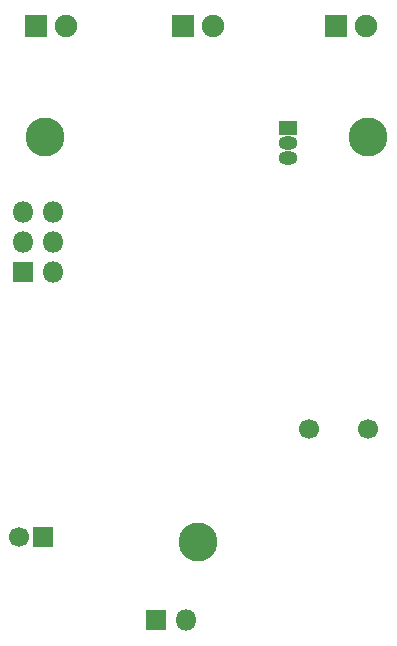
<source format=gbr>
%TF.GenerationSoftware,KiCad,Pcbnew,5.1.6*%
%TF.CreationDate,2020-10-14T19:02:39+02:00*%
%TF.ProjectId,MoCoBiBa_no_charger,4d6f436f-4269-4426-915f-6e6f5f636861,rev?*%
%TF.SameCoordinates,Original*%
%TF.FileFunction,Soldermask,Bot*%
%TF.FilePolarity,Negative*%
%FSLAX46Y46*%
G04 Gerber Fmt 4.6, Leading zero omitted, Abs format (unit mm)*
G04 Created by KiCad (PCBNEW 5.1.6) date 2020-10-14 19:02:39*
%MOMM*%
%LPD*%
G01*
G04 APERTURE LIST*
%ADD10C,3.300000*%
%ADD11C,1.700000*%
%ADD12R,1.700000X1.700000*%
%ADD13R,1.900000X1.900000*%
%ADD14C,1.900000*%
%ADD15R,1.800000X1.800000*%
%ADD16O,1.800000X1.800000*%
%ADD17O,1.600000X1.150000*%
%ADD18R,1.600000X1.150000*%
G04 APERTURE END LIST*
D10*
%TO.C,H3*%
X70104000Y-71120000D03*
%TD*%
%TO.C,H2*%
X57150000Y-36830000D03*
%TD*%
%TO.C,H1*%
X84455000Y-36830000D03*
%TD*%
D11*
%TO.C,C3*%
X79438500Y-61531500D03*
X84438500Y-61531500D03*
%TD*%
D12*
%TO.C,C5*%
X56959500Y-70739000D03*
D11*
X54959500Y-70739000D03*
%TD*%
D13*
%TO.C,D2*%
X56388000Y-27432000D03*
D14*
X58928000Y-27432000D03*
%TD*%
%TO.C,D3*%
X71374000Y-27432000D03*
D13*
X68834000Y-27432000D03*
%TD*%
%TO.C,D4*%
X81788000Y-27432000D03*
D14*
X84328000Y-27432000D03*
%TD*%
D15*
%TO.C,J2*%
X66548000Y-77724000D03*
D16*
X69088000Y-77724000D03*
%TD*%
D15*
%TO.C,J3*%
X55245000Y-48260000D03*
D16*
X57785000Y-48260000D03*
X55245000Y-45720000D03*
X57785000Y-45720000D03*
X55245000Y-43180000D03*
X57785000Y-43180000D03*
%TD*%
D17*
%TO.C,Q2*%
X77724000Y-37338000D03*
X77724000Y-38608000D03*
D18*
X77724000Y-36068000D03*
%TD*%
M02*

</source>
